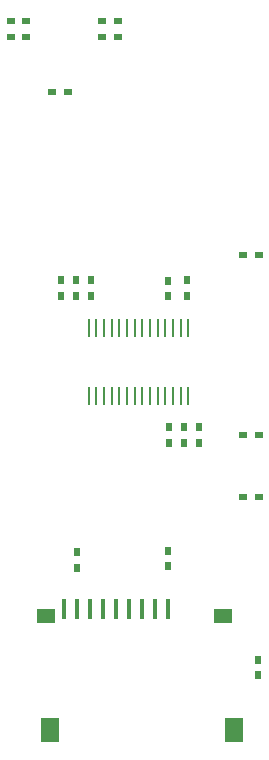
<source format=gbr>
G04 DipTrace 3.3.1.3*
G04 TopPaste.gbr*
%MOIN*%
G04 #@! TF.FileFunction,Paste,Top*
G04 #@! TF.Part,Single*
%ADD45R,0.007868X0.062986*%
%ADD51R,0.061018X0.080703*%
%ADD53R,0.061018X0.049207*%
%ADD55R,0.015742X0.07086*%
%ADD65R,0.027553X0.019679*%
%ADD67R,0.019679X0.027553*%
%FSLAX26Y26*%
G04*
G70*
G90*
G75*
G01*
G04 TopPaste*
%LPD*%
D67*
X1193702Y2007478D3*
Y2058659D3*
X1234198Y1568478D3*
Y1517297D3*
X1134824Y1568764D3*
Y1517583D3*
X1184824Y1568764D3*
Y1517583D3*
X1128456Y2057478D3*
Y2006297D3*
D65*
X962453Y2868700D3*
X911272D3*
X656202D3*
X605021D3*
X1381202Y1543700D3*
X1432383D3*
X962453Y2924949D3*
X911272D3*
X1381201Y2143700D3*
X1432382D3*
X1381202Y1337449D3*
X1432383D3*
X656202Y2924951D3*
X605021D3*
D67*
X1431202Y793700D3*
Y742519D3*
X827944Y1151987D3*
Y1100806D3*
X1131202Y1156200D3*
Y1105019D3*
D65*
X794883Y2687449D3*
X743702D3*
D67*
X874196Y2007478D3*
Y2058659D3*
X824196Y2007478D3*
Y2058659D3*
X774196Y2007478D3*
Y2058659D3*
D55*
X783337Y962516D3*
X826645D3*
X869952D3*
X913259D3*
X956566D3*
X999873D3*
X1043180D3*
X1086487D3*
X1129794D3*
D53*
X724243Y938934D3*
X1313042Y938582D3*
D51*
X1349353Y560697D3*
X737735Y560833D3*
D45*
X1197771Y1900381D3*
X1172180D3*
X1146589D3*
X1120999D3*
X1095408D3*
X1069818D3*
X1044227D3*
X1018637D3*
X993046D3*
X967456D3*
X941865D3*
X916274D3*
X890684D3*
X865093D3*
Y1672027D3*
X890684Y1672035D3*
X916274D3*
X941865D3*
X967456D3*
X993046D3*
X1018637D3*
X1044227D3*
X1069818D3*
X1095408D3*
X1120999D3*
X1146589D3*
X1172180D3*
X1197771D3*
M02*

</source>
